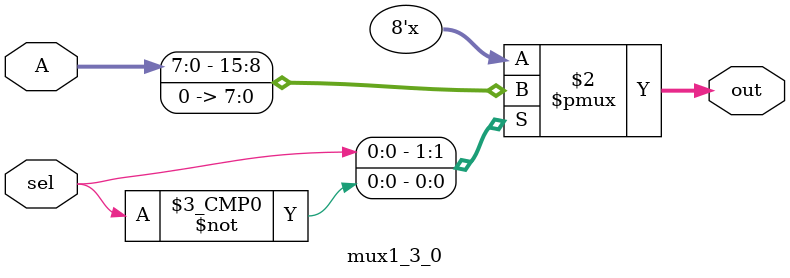
<source format=v>
module mux4(
    input wire [31:0]  in1,//concat
    input wire [31:0]  in2,//memorie
    input  sel,
    output reg [31:0]  out  
);
    always @(*) begin
    if(!sel) begin
        out <= in1;
    end else begin 
        out <= in2;
    end
    end
endmodule

module mux1_3 #(parameter WIDTH = 8) (
    input wire [WIDTH-1:0]  A,
    input wire [WIDTH-1:0]  B,
    input  sel,
    output reg [WIDTH:0] out
);  
    always @(*)
    if(sel) begin 
         out <= B;
    end else begin 
         out <= A;
    end
endmodule

module mux1_3_0 #(parameter WIDTH = 8)(
    input wire [WIDTH-1:0] A,
    input sel,
    output reg [WIDTH-1:0] out
);
    always @(*)begin
        case(sel)
            1: out<=A;
            0: out<=8'h00;
        endcase

    end
endmodule
</source>
